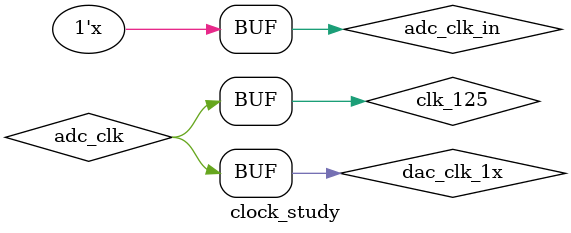
<source format=sv>
`timescale 1ns / 1ps


module clock_study(

    );

reg adc_clk_in = 0;
always #8 adc_clk_in <= ~adc_clk_in;


//clocks
wire pll_clk_250;
wire pll_clk_250_n90deg;
wire pll_clk_125;
wire pll_locked;
 
clk_wiz_0 clock_PLL
  (
  // Clock out ports  
  .clk_250  ( pll_clk_250 ),
  .clk_250_n90deg   ( pll_clk_250_n90deg  ),
  .clk_125  ( pll_clk_125 ),
 // Clock in ports
  .clk_in1(adc_clk_in),
  .locked(pll_locked)
  );

wire clk_250_n90deg;      //  250 MHz 45 deg phase shift
wire clk_250;     //  50  MHz
wire clk_125;     //  125 MHz

wire adc_clk = clk_125;
wire dac_clk_1x = clk_125;
wire dac_clk_2x = clk_250;
wire dac_clk_2x_n90deg = clk_250_n90deg;

BUFG bufg_clk_250_45deg     (.O (clk_250_n90deg   ), .I (pll_clk_250_n90deg   ));
BUFG bufg_clk_125           (.O (clk_125  ), .I (pll_clk_125  ));
BUFG bufg_clk_250           (.O (clk_250   ), .I (pll_clk_250   ));

endmodule

</source>
